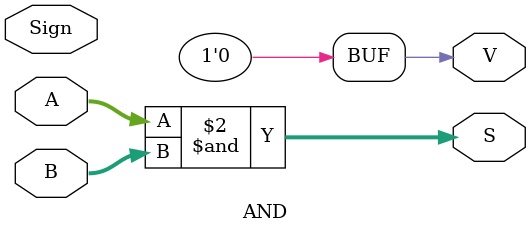
<source format=v>
`timescale 1ns / 1ps

module AND( A, B, Sign, S, V);

    input [31:0] A;
    input [31:0] B;
    input Sign;

    output reg [31:0] S;
    output reg V;

    always@(*)
    begin
        S = A & B;
        V = 0;
    end

endmodule

</source>
